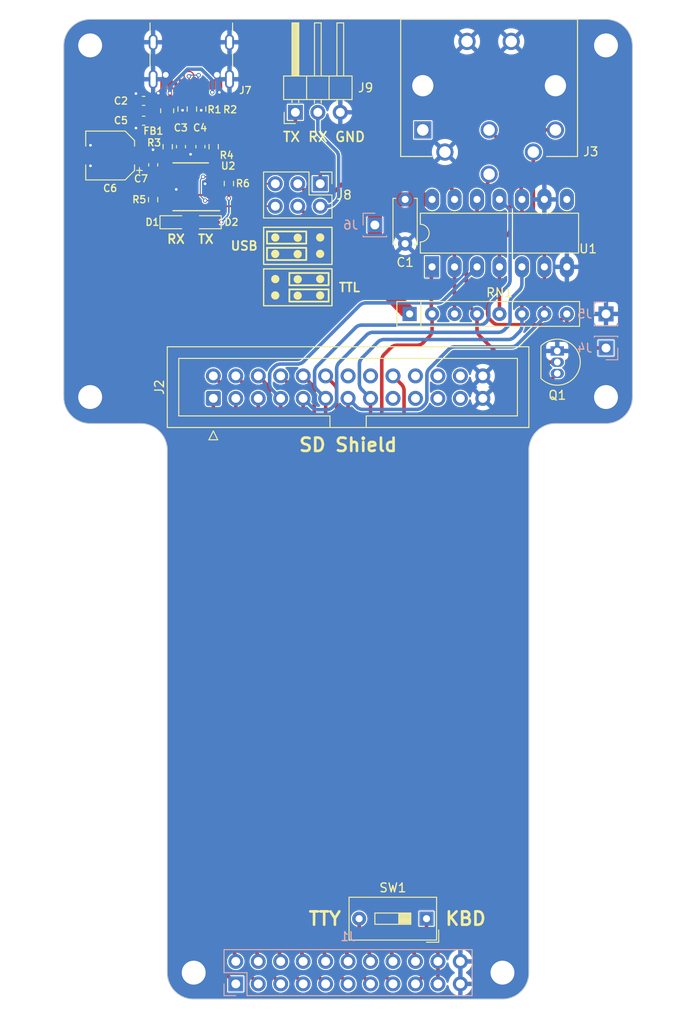
<source format=kicad_pcb>
(kicad_pcb (version 20221018) (generator pcbnew)
  (layers (0 "F.Cu" signal) (31 "B.Cu" signal) (34 "B.Paste" user) (35 "F.Paste" user) (36 "B.SilkS" user "B.Silkscreen") (37 "F.SilkS" user "F.Silkscreen") (38 "B.Mask" user) (39 "F.Mask" user) (44 "Edge.Cuts" user))
  (net 0 "")
  (net 1 "GND")
  (net 2 "Net-(C2-Pad1)")
  (net 3 "/D-")
  (net 4 "/D+")
  (net 5 "Net-(U2-VCC)")
  (net 6 "Net-(D1-A)")
  (net 7 "Net-(D1-K)")
  (net 8 "+5V")
  (net 10 "/PA0")
  (net 11 "/PB0")
  (net 12 "/PA1")
  (net 13 "/PB1")
  (net 14 "/PA2")
  (net 15 "/PB2")
  (net 16 "/PA3")
  (net 17 "/PB3")
  (net 18 "/PA4")
  (net 19 "/PB4")
  (net 20 "/PA5")
  (net 21 "/PB5")
  (net 22 "/PA6")
  (net 23 "/PB7")
  (net 24 "/PA7")
  (net 25 "/COLA")
  (net 26 "/ROW3")
  (net 27 "/PTR")
  (net 37 "Net-(Q1-B)")
  (net 38 "Net-(J4-Pin_1)")
  (net 39 "Net-(D2-K)")
  (net 40 "Net-(J7-CC1)")
  (net 42 "Net-(J7-CC2)")
  (net 45 "Net-(J8-Pin_1)")
  (net 46 "Net-(RN1D-R4.2)")
  (net 47 "Net-(U2-USBDM)")
  (net 48 "Net-(U2-USBDP)")
  (net 49 "Net-(U2-CBUS1)")
  (net 50 "Net-(U2-CBUS2)")
  (net 51 "Net-(J8-Pin_2)")
  (net 52 "Net-(U2-~{CTS})")
  (net 55 "Net-(J8-Pin_3)")
  (net 56 "Net-(J8-Pin_4)")
  (net 57 "Net-(J8-Pin_5)")
  (net 58 "Net-(J8-Pin_6)")
  (net 59 "/KBD_R")
  (footprint "Capacitor_SMD:C_0603_1608Metric_Pad1.08x0.95mm_HandSolder" (layer "F.Cu") (at 123.05 54.48 -90)
    (fp_text reference "C3")
    (fp_text value "47pF")
  )
  (footprint "Resistor_SMD:R_0805_2012Metric_Pad1.20x1.40mm_HandSolder" (layer "F.Cu") (at 121.49 50.43 -90)
    (fp_text reference "FB1")
    (fp_text value "600R 100MHz")
  )
  (footprint "Resistor_SMD:R_0603_1608Metric_Pad0.98x0.95mm_HandSolder" (layer "F.Cu") (at 123.23 50.23 -90)
    (fp_text reference "R1")
    (fp_text value "5K1")
  )
  (footprint "Resistor_SMD:R_0603_1608Metric_Pad0.98x0.95mm_HandSolder" (layer "F.Cu") (at 128.47 58.6475 90)
    (fp_text reference "R6")
    (fp_text value "270R")
  )
  (footprint "MountingHole:MountingHole_2.7mm_M2.5" (layer "F.Cu") (at 112.78 82.77)
    (fp_text reference "REF**" hide)
    (fp_text value "MountingHole_2.7mm_M2.5")
  )
  (footprint "Resistor_SMD:R_0603_1608Metric_Pad0.98x0.95mm_HandSolder" (layer "F.Cu") (at 121.55 54.48 -90)
    (fp_text reference "R3")
    (fp_text value "27R")
  )
  (footprint "Capacitor_SMD:C_0603_1608Metric_Pad1.08x0.95mm_HandSolder" (layer "F.Cu") (at 118.83 51.55 180)
    (fp_text reference "C5")
    (fp_text value "100nF")
  )
  (footprint "Package_TO_SOT_THT:TO-92_Inline" (layer "F.Cu") (at 165.61 77.56 -90)
    (fp_text reference "Q1")
    (fp_text value "PN2222A")
  )
  (footprint "MountingHole:MountingHole_2.7mm_M2.5" (layer "F.Cu") (at 171.12 43.04)
    (fp_text reference "REF**" hide)
    (fp_text value "MountingHole_2.7mm_M2.5")
  )
  (footprint "Connector_USB:USB_C_Receptacle_GCT_USB4105-xx-A_16P_TopMnt_Horizontal" (layer "F.Cu") (at 124.22 43.76 180)
    (fp_text reference "J7")
    (fp_text value "USB_C_Receptacle_USB2.0")
  )
  (footprint "Resistor_SMD:R_0603_1608Metric_Pad0.98x0.95mm_HandSolder" (layer "F.Cu") (at 126.75 54.48 -90)
    (fp_text reference "R4")
    (fp_text value "27R")
  )
  (footprint "Capacitor_SMD:C_0603_1608Metric_Pad1.08x0.95mm_HandSolder" (layer "F.Cu") (at 118.83 49.31 180)
    (fp_text reference "C2")
    (fp_text value "10nF")
  )
  (footprint "MountingHole:MountingHole_2.7mm_M2.5" (layer "F.Cu") (at 171.12 82.77)
    (fp_text reference "REF**" hide)
    (fp_text value "MountingHole_2.7mm_M2.5")
  )
  (footprint "MountingHole:MountingHole_2.7mm_M2.5" (layer "F.Cu") (at 159.41 147.8)
    (fp_text reference "REF**" hide)
    (fp_text value "MountingHole_2.7mm_M2.5")
  )
  (footprint "Capacitor_SMD:CP_Elec_5x5.4" (layer "F.Cu") (at 115.04 55.48 180)
    (fp_text reference "C6")
    (fp_text value "4.7uF")
  )
  (footprint "Package_DIP:DIP-14_W7.62mm_LongPads" (layer "F.Cu") (at 151.45 68.06 90)
    (fp_text reference "U1")
    (fp_text value "74LS06")
  )
  (footprint "Button_Switch_THT:SW_DIP_SPSTx01_Slide_9.78x4.72mm_W7.62mm_P2.54mm" (layer "F.Cu") (at 150.82 141.7 180)
    (fp_text reference "SW1")
    (fp_text value "TTY_KBD")
  )
  (footprint "LED_SMD:LED_0603_1608Metric_Pad1.05x0.95mm_HandSolder" (layer "F.Cu") (at 122.34 63.02)
    (fp_text reference "D1")
    (fp_text value "RX (GREEN)")
  )
  (footprint "Connector_IDC:IDC-Header_2x13_P2.54mm_Vertical" (layer "F.Cu") (at 126.71 82.92 90)
    (fp_text reference "J2")
    (fp_text value "SD_Shield")
  )
  (footprint "Resistor_THT:R_Array_SIP8" (layer "F.Cu") (at 148.91 73.38)
    (fp_text reference "RN1")
    (fp_text value "3K3")
  )
  (footprint "Capacitor_SMD:C_0603_1608Metric_Pad1.08x0.95mm_HandSolder" (layer "F.Cu") (at 119.915 56.54 90)
    (fp_text reference "C7")
    (fp_text value "100nF")
  )
  (footprint "LED_SMD:LED_0603_1608Metric_Pad1.05x0.95mm_HandSolder" (layer "F.Cu") (at 125.94 63.02 180)
    (fp_text reference "D2")
    (fp_text value "TX (ORANGE)")
  )
  (footprint "Package_SO:SSOP-16_3.9x4.9mm_P0.635mm" (layer "F.Cu") (at 124.15 58.99 180)
    (fp_text reference "U2")
    (fp_text value "FT230XS")
  )
  (footprint "Connector_PinHeader_2.54mm:PinHeader_2x03_P2.54mm_Vertical" (layer "F.Cu") (at 138.8 58.67 -90)
    (fp_text reference "J8")
    (fp_text value "USB_TTL")
  )
  (footprint "Resistor_SMD:R_0603_1608Metric_Pad0.98x0.95mm_HandSolder" (layer "F.Cu") (at 119.9 60.47 90)
    (fp_text reference "R5")
    (fp_text value "270R")
  )
  (footprint "Capacitor_SMD:C_0603_1608Metric_Pad1.08x0.95mm_HandSolder" (layer "F.Cu") (at 125.25 54.48 -90)
    (fp_text reference "C4")
    (fp_text value "47pF")
  )
  (footprint "Connector_PinHeader_2.54mm:PinHeader_1x03_P2.54mm_Horizontal" (layer "F.Cu") (at 135.99 50.6 90)
    (fp_text reference "J9")
    (fp_text value "TTL_SERIAL")
  )
  (footprint "Capacitor_THT:C_Disc_D5.0mm_W2.5mm_P5.00mm" (layer "F.Cu") (at 148.4 60.44 -90)
    (fp_text reference "C1")
    (fp_text value "100nF")
  )
  (footprint "DIN_Round:CUI_SDS-60J" (layer "F.Cu") (at 157.9 47.59 180)
    (fp_text reference "J3")
    (fp_text value "DIN-6")
  )
  (footprint "MountingHole:MountingHole_2.7mm_M2.5" (layer "F.Cu") (at 124.49 147.8)
    (fp_text reference "REF**" hide)
    (fp_text value "MountingHole_2.7mm_M2.5")
  )
  (footprint "MountingHole:MountingHole_2.7mm_M2.5" (layer "F.Cu") (at 112.78 43.04)
    (fp_text reference "REF**" hide)
    (fp_text value "MountingHole_2.7mm_M2.5")
  )
  (footprint "Resistor_SMD:R_0603_1608Metric_Pad0.98x0.95mm_HandSolder" (layer "F.Cu") (at 125.34 50.23 -90)
    (fp_text reference "R2")
    (fp_text value "5K1")
  )
  (footprint "Connector_PinSocket_2.54mm:PinSocket_1x01_P2.54mm_Vertical" (layer "B.Cu") (at 171.12 73.38 180)
    (fp_text reference "J5")
    (fp_text value "GND")
  )
  (footprint "Connector_PinSocket_2.54mm:PinSocket_2x11_P2.54mm_Vertical" (layer "B.Cu") (at 129.25 149.07 -90)
    (fp_text reference "J1")
    (fp_text value "Motherboard")
  )
  (footprint "Connector_PinSocket_2.54mm:PinSocket_1x01_P2.54mm_Vertical" (layer "B.Cu") (at 144.98 63.33 180)
    (fp_text reference "J6")
    (fp_text value "+5V")
  )
  (footprint "Connector_PinSocket_2.54mm:PinSocket_1x01_P2.54mm_Vertical" (layer "B.Cu") (at 171.12 77.23)
    (fp_text reference "J4")
    (fp_text value "Reset")
  )
  (gr_circle (center 133.716154 64.744742) (end 133.716154 64.278588) (fill solid) (layer "F.SilkS"))
  (gr_circle (center 138.79 66.59) (end 138.79 66.123846) (fill solid) (layer "F.SilkS"))
  (gr_rect (start 135.31 68.7545) (end 139.75 70.1345) (stroke (width 0.2)) (fill none) (layer "F.SilkS"))
  (gr_circle (center 138.796154 64.74) (end 138.796154 64.273846) (fill solid) (layer "F.SilkS"))
  (gr_rect (start 132.400554 63.5922) (end 140.129354 67.7798) (stroke (width 0.15)) (fill none) (layer "F.SilkS"))
  (gr_circle (center 136.256154 64.77) (end 136.256154 64.303846) (fill solid) (layer "F.SilkS"))
  (gr_circle (center 138.7968 69.4345) (end 138.7968 68.968346) (fill solid) (layer "F.SilkS"))
  (gr_rect (start 135.31 70.6045) (end 139.75 71.9845) (stroke (width 0.2)) (fill none) (layer "F.SilkS"))
  (gr_rect (start 132.4012 68.2867) (end 140.13 72.4543) (stroke (width 0.15)) (fill none) (layer "F.SilkS"))
  (gr_circle (center 133.710646 71.289242) (end 133.710646 70.823088) (fill solid) (layer "F.SilkS"))
  (gr_rect (start 132.78 64.06) (end 137.22 65.44) (stroke (width 0.2)) (fill none) (layer "F.SilkS"))
  (gr_circle (center 133.71 66.594742) (end 133.71 66.128588) (fill solid) (layer "F.SilkS"))
  (gr_circle (center 138.790646 71.2845) (end 138.790646 70.818346) (fill solid) (layer "F.SilkS"))
  (gr_rect (start 132.78 65.91) (end 137.22 67.29) (stroke (width 0.2)) (fill none) (layer "F.SilkS"))
  (gr_circle (center 136.250646 71.3145) (end 136.250646 70.848346) (fill solid) (layer "F.SilkS"))
  (gr_circle (center 136.25 66.62) (end 136.25 66.153846) (fill solid) (layer "F.SilkS"))
  (gr_circle (center 136.2568 69.4645) (end 136.2568 68.998346) (fill solid) (layer "F.SilkS"))
  (gr_circle (center 133.7168 69.439242) (end 133.7168 68.973088) (fill solid) (layer "F.SilkS"))
  (gr_arc (start 109.78 43.09) (mid 110.65868 40.96868) (end 112.78 40.09) (stroke (width 0.1)) (layer "Edge.Cuts"))
  (gr_arc (start 118.49 85.77) (mid 120.61132 86.64868) (end 121.49 88.77) (stroke (width 0.1)) (layer "Edge.Cuts"))
  (gr_arc (start 174.12 82.77) (mid 173.24132 84.89132) (end 171.12 85.77) (stroke (width 0.1)) (layer "Edge.Cuts"))
  (gr_line (start 121.49 88.77) (end 121.49 147.8) (stroke (width 0.1)) (layer "Edge.Cuts"))
  (gr_arc (start 162.41 88.77) (mid 163.28868 86.64868) (end 165.41 85.77) (stroke (width 0.1)) (layer "Edge.Cuts"))
  (gr_line (start 162.41 88.77) (end 162.41 147.8) (stroke (width 0.1)) (layer "Edge.Cuts"))
  (gr_line (start 171.12 40.09) (end 112.78 40.09) (stroke (width 0.1)) (layer "Edge.Cuts"))
  (gr_arc (start 171.12 40.09) (mid 173.24132 40.96868) (end 174.12 43.09) (stroke (width 0.1)) (layer "Edge.Cuts"))
  (gr_arc (start 124.49 150.8) (mid 122.36868 149.92132) (end 121.49 147.8) (stroke (width 0.1)) (layer "Edge.Cuts"))
  (gr_line (start 165.41 85.77) (end 171.12 85.77) (stroke (width 0.1)) (layer "Edge.Cuts"))
  (gr_arc (start 112.78 85.77) (mid 110.65868 84.89132) (end 109.78 82.77) (stroke (width 0.1)) (layer "Edge.Cuts"))
  (gr_line (start 109.78 43.09) (end 109.78 82.77) (stroke (width 0.1)) (layer "Edge.Cuts"))
  (gr_arc (start 162.41 147.8) (mid 161.53132 149.92132) (end 159.41 150.8) (stroke (width 0.1)) (layer "Edge.Cuts"))
  (gr_line (start 124.49 150.8) (end 159.41 150.8) (stroke (width 0.1)) (layer "Edge.Cuts"))
  (gr_line (start 174.12 82.77) (end 174.12 43.09) (stroke (width 0.1)) (layer "Edge.Cuts"))
  (gr_line (start 112.78 85.77) (end 118.49 85.77) (stroke (width 0.1)) (layer "Edge.Cuts"))
  (gr_text "GND" (at 140.37 54.02) (layer "F.SilkS") (effects (font (size 1.1 1.1) (thickness 0.2) bold) (justify left bottom)))
  (gr_text "TTY" (at 141.3 141.7) (layer "F.SilkS") (effects (font (size 1.5 1.5) (thickness 0.3) bold) (justify right)))
  (gr_text "RX" (at 121.373 64.93) (layer "F.SilkS") (effects (font (size 1 1) (thickness 0.2) bold) (justify left)))
  (gr_text "USB" (at 131.83 65.69) (layer "F.SilkS") (effects (font (size 1 1) (thickness 0.2) bold) (justify right)))
  (gr_text "SD Shield" (at 141.95 89.05) (layer "F.SilkS") (effects (font (size 1.5 1.5) (thickness 0.3) bold) (justify bottom)))
  (gr_text "TX" (at 136.62 54.02) (layer "F.SilkS") (effects (font (size 1.1 1.1) (thickness 0.2) bold) (justify right bottom)))
  (gr_text "TX" (at 124.863 64.93) (layer "F.SilkS") (effects (font (size 1 1) (thickness 0.2) bold) (justify left)))
  (gr_text "TTL" (at 140.81 70.39) (layer "F.SilkS") (effects (font (size 1 1) (thickness 0.2) bold) (justify left)))
  (gr_text "RX" (at 138.53 54.02) (layer "F.SilkS") (effects (font (size 1.1 1.1) (thickness 0.2) bold) (justify bottom)))
  (gr_text "KBD" (at 152.8 141.7) (layer "F.SilkS") (effects (font (size 1.5 1.5) (thickness 0.3) bold) (justify left)))
  (segment (start 124.16 55.34) (end 125.2475 55.34) (width 0.4) (layer "F.Cu") (net 1))
  (segment (start 123.23 51.1425) (end 123.23 50.37) (width 0.4) (layer "F.Cu") (net 1))
  (segment (start 120.873553 48.066447) (end 120.51 48.43) (width 0.4) (layer "F.Cu") (net 1))
  (segment (start 117.9675 49.31) (end 117.9675 48.4925) (width 0.4) (layer "F.Cu") (net 1))
  (segment (start 117.98 51.5625) (end 117.9675 51.55) (width 0.4) (layer "F.Cu") (net 1))
  (segment (start 112.84 56.64) (end 112.84 55.48) (width 0.4) (layer "F.Cu") (net 1))
  (segment (start 121.02 47.44) (end 121.02 47.712893) (width 0.4) (layer "F.Cu") (net 1))
  (segment (start 123.0525 55.34) (end 123.05 55.3425) (width 0.4) (layer "F.Cu") (net 1))
  (segment (start 117.98 52.38) (end 117.98 51.5625) (width 0.4) (layer "F.Cu") (net 1))
  (segment (start 126.75 58.6725) (end 125.8 58.6725) (width 0.2) (layer "F.Cu") (net 1))
  (segment (start 121.55 59.3075) (end 122.54 59.3075) (width 0.2) (layer "F.Cu") (net 1))
  (segment (start 119.915 54.82) (end 119.915 55.6775) (width 0.4) (layer "F.Cu") (net 1))
  (segment (start 125.34 50.37) (end 125.34 51.1425) (width 0.4) (layer "F.Cu") (net 1))
  (segment (start 117.9675 48.4925) (end 117.98 48.48) (width 0.4) (layer "F.Cu") (net 1))
  (segment (start 112.84 54.32) (end 112.84 55.48) (width 0.4) (layer "F.Cu") (net 1))
  (segment (start 125.2475 55.34) (end 125.25 55.3425) (width 0.4) (layer "F.Cu") (net 1))
  (segment (start 124.16 55.34) (end 123.0525 55.34) (width 0.4) (layer "F.Cu") (net 1))
  (segment (start 127.42 47.44) (end 127.42 48.34) (width 0.4) (layer "F.Cu") (net 1))
  (via (at 125.776447 58.676053) (size 0.5) (drill 0.3) (layers "F.Cu" "B.Cu") (net 1))
  (via (at 120.486447 48.433553) (size 0.5) (drill 0.3) (layers "F.Cu" "B.Cu") (net 1))
  (via (at 124.136447 55.343553) (size 0.5) (drill 0.3) (layers "F.Cu" "B.Cu") (net 1))
  (via (at 127.396447 48.343553) (size 0.5) (drill 0.3) (layers "F.Cu" "B.Cu") (net 1))
  (via (at 117.956447 48.483553) (size 0.5) (drill 0.3) (layers "F.Cu" "B.Cu") (net 1))
  (via (at 112.816447 56.643553) (size 0.5) (drill 0.3) (layers "F.Cu" "B.Cu") (net 1))
  (via (at 123.23 50.37) (size 0.5) (drill 0.3) (layers "F.Cu" "B.Cu") (net 1))
  (via (at 122.516447 59.311053) (size 0.5) (drill 0.3) (layers "F.Cu" "B.Cu") (net 1))
  (via (at 112.816447 54.323553) (size 0.5) (drill 0.3) (layers "F.Cu" "B.Cu") (net 1))
  (via (at 119.891447 54.823553) (size 0.5) (drill 0.3) (layers "F.Cu" "B.Cu") (net 1))
  (via (at 117.956447 52.383553) (size 0.5) (drill 0.3) (layers "F.Cu" "B.Cu") (net 1))
  (via (at 125.34 50.37) (size 0.5) (drill 0.3) (layers "F.Cu" "B.Cu") (net 1))
  (arc (start 121.02 47.712893) (mid 120.98194 47.904235) (end 120.873553 48.066447) (width 0.4) (layer "F.Cu") (net 1))
  (segment (start 121.82 47.44) (end 121.82 49.1) (width 0.4) (layer "F.Cu") (net 2))
  (segment (start 126.62 48.34) (end 126.62 47.44) (width 0.4) (layer "F.Cu") (net 2))
  (segment (start 121.82 49.1) (end 121.49 49.43) (width 0.4) (layer "F.Cu") (net 2))
  (segment (start 121.37 49.31) (end 121.49 49.43) (width 0.4) (layer "F.Cu") (net 2))
  (segment (start 119.6925 49.31) (end 121.37 49.31) (width 0.4) (layer "F.Cu") (net 2))
  (via (at 126.596447 48.343553) (size 0.5) (drill 0.3) (layers "F.Cu" "B.Cu") (net 2))
  (via (at 121.796447 48.433553) (size 0.5) (drill 0.3) (layers "F.Cu" "B.Cu") (net 2))
  (segment (start 126.62 48.34) (end 126.62 47.195441) (width 0.4) (layer "B.Cu") (net 2))
  (segment (start 121.796447 47.721887) (end 121.796447 48.433553) (width 0.4) (layer "B.Cu") (net 2))
  (segment (start 121.82 47.907107) (end 121.82 48.43) (width 0.4) (layer "B.Cu") (net 2))
  (segment (start 123.794781 45.723553) (end 121.796447 47.721887) (width 0.4) (layer "B.Cu") (net 2))
  (segment (start 125.349781 45.723553) (end 123.794781 45.723553) (width 0.4) (layer "B.Cu") (net 2))
  (segment (start 126.468115 46.841887) (end 125.349781 45.723553) (width 0.4) (layer "B.Cu") (net 2))
  (arc (start 126.62 47.195441) (mid 126.58194 47.004099) (end 126.473553 46.841887) (width 0.4) (layer "B.Cu") (net 2))
  (segment (start 121.6 53.6175) (end 121.55 53.5675) (width 0.2) (layer "F.Cu") (net 3))
  (segment (start 123.023921 52.006079) (end 121.55 53.48) (width 0.127) (layer "F.Cu") (net 3))
  (segment (start 121.55 53.48) (end 121.55 53.5675) (width 0.127) (layer "F.Cu") (net 3))
  (segment (start 123.97 46.61) (end 123.97 47.44) (width 0.127) (layer "F.Cu") (net 3))
  (segment (start 123.857157 51.9475) (end 123.165343 51.9475) (width 0.127) (layer "F.Cu") (net 3))
  (segment (start 124.093 48.508344) (end 124.093 51.711657) (width 0.127) (layer "F.Cu") (net 3))
  (segment (start 123.97 47.44) (end 123.97 48.219658) (width 0.127) (layer "F.Cu") (net 3))
  (segment (start 125.07 46.4) (end 124.97 46.5) (width 0.127) (layer "F.Cu") (net 3))
  (segment (start 124.028579 48.36108) (end 124.034422 48.366923) (width 0.127) (layer "F.Cu") (net 3))
  (segment (start 124.97 46.5) (end 124.97 47.44) (width 0.127) (layer "F.Cu") (net 3))
  (segment (start 124.034421 51.853079) (end 123.998578 51.888922) (width 0.127) (layer "F.Cu") (net 3))
  (segment (start 123.05 53.6175) (end 121.6 53.6175) (width 0.2) (layer "F.Cu") (net 3))
  (via (at 125.046447 46.403553) (size 0.5) (drill 0.3) (layers "F.Cu" "B.Cu") (net 3))
  (via (at 123.946447 46.533553) (size 0.5) (drill 0.3) (layers "F.Cu" "B.Cu") (net 3))
  (arc (start 123.165343 51.9475) (mid 123.088806 51.962724) (end 123.023921 52.006079) (width 0.127) (layer "F.Cu") (net 3))
  (arc (start 123.97 48.219658) (mid 123.985224 48.296195) (end 124.028579 48.36108) (width 0.127) (layer "F.Cu") (net 3))
  (arc (start 124.093 51.711657) (mid 124.077776 51.788194) (end 124.034421 51.853079) (width 0.127) (layer "F.Cu") (net 3))
  (arc (start 123.857157 51.9475) (mid 123.933693 51.932276) (end 123.998578 51.888922) (width 0.127) (layer "F.Cu") (net 3))
  (arc (start 124.034422 48.366923) (mid 124.077776 48.431808) (end 124.093 48.508344) (width 0.127) (layer "F.Cu") (net 3))
  (segment (start 124.041421 46.458579) (end 123.97 46.53) (width 0.127) (layer "B.Cu") (net 3))
  (segment (start 125.07 46.4) (end 124.182843 46.4) (width 0.127) (layer "B.Cu") (net 3))
  (arc (start 124.041421 46.458579) (mid 124.106306 46.415224) (end 124.182843 46.4) (width 0.127) (layer "B.Cu") (net 3))
  (segment (start 125.556079 52.006079) (end 126.75 53.2) (width 0.127) (layer "F.Cu") (net 4))
  (segment (start 124.604485 51.9475) (end 125.414657 51.9475) (width 0.127) (layer "F.Cu") (net 4))
  (segment (start 123.549394 46.16198) (end 123.574875 46.136499) (width 0.127) (layer "F.Cu") (net 4))
  (segment (start 124.47 47.44) (end 124.47 48.219658) (width 0.127) (layer "F.Cu") (net 4))
  (segment (start 124.345126 46.1365) (end 124.356501 46.147875) (width 0.127) (layer "F.Cu") (net 4))
  (segment (start 124.502947 46.501428) (end 124.502947 47.407053) (width 0.127) (layer "F.Cu") (net 4))
  (segment (start 124.347 48.508344) (end 124.347 51.690015) (width 0.127) (layer "F.Cu") (net 4))
  (segment (start 123.928428 45.990053) (end 123.991572 45.990053) (width 0.127) (layer "F.Cu") (net 4))
  (segment (start 124.411421 48.36108) (end 124.405578 48.366923) (width 0.127) (layer "F.Cu") (net 4))
  (segment (start 126.75 53.2) (end 126.75 53.5675) (width 0.127) (layer "F.Cu") (net 4))
  (segment (start 123.402947 47.372947) (end 123.402947 46.515534) (width 0.127) (layer "F.Cu") (net 4))
  (segment (start 125.25 53.6175) (end 126.7 53.6175) (width 0.2) (layer "F.Cu") (net 4))
  (segment (start 123.47 47.44) (end 123.402947 47.372947) (width 0.127) (layer "F.Cu") (net 4))
  (segment (start 126.7 53.6175) (end 126.75 53.5675) (width 0.2) (layer "F.Cu") (net 4))
  (segment (start 124.502947 47.407053) (end 124.47 47.44) (width 0.127) (layer "F.Cu") (net 4))
  (segment (start 124.408508 51.838508) (end 124.455993 51.885993) (width 0.127) (layer "F.Cu") (net 4))
  (arc (start 124.345126 46.1365) (mid 124.182914 46.028113) (end 123.991572 45.990053) (width 0.127) (layer "F.Cu") (net 4))
  (arc (start 125.414657 51.9475) (mid 125.491194 51.962724) (end 125.556079 52.006079) (width 0.127) (layer "F.Cu") (net 4))
  (arc (start 124.356501 46.147875) (mid 124.464887 46.310087) (end 124.502947 46.501428) (width 0.127) (layer "F.Cu") (net 4))
  (arc (start 124.47 48.219658) (mid 124.454776 48.296195) (end 124.411421 48.36108) (width 0.127) (layer "F.Cu") (net 4))
  (arc (start 123.928428 45.990053) (mid 123.737087 46.028113) (end 123.574875 46.136499) (width 0.127) (layer "F.Cu") (net 4))
  (arc (start 124.405578 48.366923) (mid 124.362224 48.431808) (end 124.347 48.508344) (width 0.127) (layer "F.Cu") (net 4))
  (arc (start 124.408508 51.838508) (mid 124.362985 51.770379) (end 124.347 51.690015) (width 0.127) (layer "F.Cu") (net 4))
  (arc (start 124.455993 51.885993) (mid 124.524122 51.931515) (end 124.604485 51.9475) (width 0.127) (layer "F.Cu") (net 4))
  (arc (start 123.549394 46.16198) (mid 123.441007 46.324192) (end 123.402947 46.515534) (width 0.127) (layer "F.Cu") (net 4))
  (segment (start 117.24 56.101507) (end 119.752415 58.613922) (width 0.2) (layer "F.Cu") (net 5))
  (segment (start 119.6925 51.55) (end 119.6925 52.820393) (width 0.4) (layer "F.Cu") (net 5))
  (segment (start 117.24 55.48) (end 117.24 56.101507) (width 0.2) (layer "F.Cu") (net 5))
  (segment (start 119.546053 53.173947) (end 117.24 55.48) (width 0.4) (layer "F.Cu") (net 5))
  (segment (start 121.37 51.55) (end 121.49 51.43) (width 0.4) (layer "F.Cu") (net 5))
  (segment (start 119.6925 51.55) (end 121.37 51.55) (width 0.4) (layer "F.Cu") (net 5))
  (segment (start 119.893836 58.6725) (end 121.55 58.6725) (width 0.2) (layer "F.Cu") (net 5))
  (arc (start 119.6925 52.820393) (mid 119.65444 53.011735) (end 119.546053 53.173947) (width 0.4) (layer "F.Cu") (net 5))
  (arc (start 119.752415 58.613922) (mid 119.8173 58.657276) (end 119.893836 58.6725) (width 0.2) (layer "F.Cu") (net 5))
  (segment (start 121.55 57.4025) (end 121.55 58.0375) (width 0.2) (layer "F.Cu") (net 6))
  (segment (start 121.55 58.0375) (end 121.935786 58.0375) (width 0.2) (layer "F.Cu") (net 6))
  (segment (start 124.255 59.9425) (end 124.410843 59.9425) (width 0.2) (layer "F.Cu") (net 6))
  (segment (start 122.642893 58.330393) (end 124.255 59.9425) (width 0.2) (layer "F.Cu") (net 6))
  (segment (start 125.065 63.02) (end 125.065 61.166714) (width 0.2) (layer "F.Cu") (net 6))
  (segment (start 125.065 63.02) (end 123.215 63.02) (width 0.2) (layer "F.Cu") (net 6))
  (segment (start 121.55 57.4025) (end 119.915 57.4025) (width 0.2) (layer "F.Cu") (net 6))
  (segment (start 126.75 59.9425) (end 124.410843 59.9425) (width 0.2) (layer "F.Cu") (net 6))
  (segment (start 124.772107 60.459607) (end 124.255 59.9425) (width 0.2) (layer "F.Cu") (net 6))
  (arc (start 121.935786 58.0375) (mid 122.318469 58.11362) (end 122.642893 58.330393) (width 0.2) (layer "F.Cu") (net 6))
  (arc (start 125.065 61.166714) (mid 124.98888 60.784031) (end 124.772107 60.459607) (width 0.2) (layer "F.Cu") (net 6))
  (segment (start 121.465 63.02) (end 121.465 62.9475) (width 0.2) (layer "F.Cu") (net 7))
  (segment (start 121.465 62.9475) (end 119.9 61.3825) (width 0.2) (layer "F.Cu") (net 7))
  (segment (start 119.9 61.3825) (end 119.9 61.455) (width 0.127) (layer "F.Cu") (net 7))
  (segment (start 148.4 60.44) (end 151.45 60.44) (width 1.6) (layer "F.Cu") (net 8))
  (segment (start 145.565787 61.074213) (end 145.614214 61.025786) (width 1.6) (layer "F.Cu") (net 8))
  (segment (start 145.85868 70.32868) (end 148.91 73.38) (width 1.6) (layer "F.Cu") (net 8))
  (segment (start 147.028427 60.44) (end 148.4 60.44) (width 1.6) (layer "F.Cu") (net 8))
  (segment (start 144.98 63.33) (end 144.98 62.488427) (width 1.6) (layer "F.Cu") (net 8))
  (segment (start 144.98 63.33) (end 144.98 68.207359) (width 1.6) (layer "F.Cu") (net 8))
  (arc (start 144.98 62.488427) (mid 145.132241 61.72306) (end 145.565787 61.074213) (width 1.6) (layer "F.Cu") (net 8))
  (arc (start 144.98 68.207359) (mid 145.208362 69.35541) (end 145.85868 70.32868) (width 1.6) (layer "F.Cu") (net 8))
  (arc (start 147.028427 60.44) (mid 146.26306 60.592241) (end 145.614214 61.025786) (width 1.6) (layer "F.Cu") (net 8))
  (segment (start 127.96 147.365786) (end 127.96 146.124214) (width 0.4) (layer "F.Cu") (net 10))
  (segment (start 126.71 82.92) (end 126.71 144.045786) (width 0.4) (layer "F.Cu") (net 10))
  (segment (start 129.25 149.07) (end 128.252893 148.072893) (width 0.4) (layer "F.Cu") (net 10))
  (segment (start 127.667107 145.417107) (end 127.002893 144.752893) (width 0.4) (layer "F.Cu") (net 10))
  (arc (start 126.71 144.045786) (mid 126.78612 144.428469) (end 127.002893 144.752893) (width 0.4) (layer "F.Cu") (net 10))
  (arc (start 128.252893 148.072893) (mid 128.03612 147.74847) (end 127.96 147.365786) (width 0.4) (layer "F.Cu") (net 10))
  (arc (start 127.667107 145.417107) (mid 127.88388 145.74153) (end 127.96 146.124214) (width 0.4) (layer "F.Cu") (net 10))
  (segment (start 128.957107 145.437107) (end 128.252893 144.732893) (width 0.4) (layer "F.Cu") (net 11))
  (segment (start 127.96 144.025786) (end 127.96 82.044214) (width 0.4) (layer "F.Cu") (net 11))
  (segment (start 127.667107 81.337107) (end 126.71 80.38) (width 0.4) (layer "F.Cu") (net 11))
  (segment (start 129.25 146.53) (end 129.25 146.144214) (width 0.4) (layer "F.Cu") (net 11))
  (arc (start 127.96 82.044214) (mid 127.88388 81.661531) (end 127.667107 81.337107) (width 0.4) (layer "F.Cu") (net 11))
  (arc (start 128.252893 144.732893) (mid 128.03612 144.40847) (end 127.96 144.025786) (width 0.4) (layer "F.Cu") (net 11))
  (arc (start 128.957107 145.437107) (mid 129.17388 145.76153) (end 129.25 146.144214) (width 0.4) (layer "F.Cu") (net 11))
  (segment (start 129.25 82.92) (end 129.25 144.045786) (width 0.4) (layer "F.Cu") (net 12))
  (segment (start 130.5 147.365786) (end 130.5 146.124214) (width 0.4) (layer "F.Cu") (net 12))
  (segment (start 131.79 149.07) (end 130.792893 148.072893) (width 0.4) (layer "F.Cu") (net 12))
  (segment (start 130.207107 145.417107) (end 129.542893 144.752893) (width 0.4) (layer "F.Cu") (net 12))
  (arc (start 130.207107 145.417107) (mid 130.42388 145.74153) (end 130.5 146.124214) (width 0.4) (layer "F.Cu") (net 12))
  (arc (start 129.25 144.045786) (mid 129.32612 144.428469) (end 129.542893 144.752893) (width 0.4) (layer "F.Cu") (net 12))
  (arc (start 130.792893 148.072893) (mid 130.57612 147.74847) (end 130.5 147.365786) (width 0.4) (layer "F.Cu") (net 12))
  (segment (start 130.207107 81.337107) (end 129.25 80.38) (width 0.4) (layer "F.Cu") (net 13))
  (segment (start 131.79 146.53) (end 131.79 146.144214) (width 0.4) (layer "F.Cu") (net 13))
  (segment (start 131.497107 145.437107) (end 130.792893 144.732893) (width 0.4) (layer "F.Cu") (net 13))
  (segment (start 130.5 144.025786) (end 130.5 82.044214) (width 0.4) (layer "F.Cu") (net 13))
  (arc (start 130.5 82.044214) (mid 130.42388 81.661531) (end 130.207107 81.337107) (width 0.4) (layer "F.Cu") (net 13))
  (arc (start 130.792893 144.732893) (mid 130.57612 144.40847) (end 130.5 144.025786) (width 0.4) (layer "F.Cu") (net 13))
  (arc (start 131.497107 145.437107) (mid 131.71388 145.76153) (end 131.79 146.144214) (width 0.4) (layer "F.Cu") (net 13))
  (segment (start 134.33 149.07) (end 133.332893 148.072893) (width 0.4) (layer "F.Cu") (net 14))
  (segment (start 131.79 82.92) (end 131.79 144.045786) (width 0.4) (layer "F.Cu") (net 14))
  (segment (start 132.747107 145.417107) (end 132.082893 144.752893) (width 0.4) (layer "F.Cu") (net 14))
  (segment (start 133.04 147.365786) (end 133.04 146.124214) (width 0.4) (layer "F.Cu") (net 14))
  (arc (start 132.747107 145.417107) (mid 132.96388 145.74153) (end 133.04 146.124214) (width 0.4) (layer "F.Cu") (net 14))
  (arc (start 133.332893 148.072893) (mid 133.11612 147.74847) (end 133.04 147.365786) (width 0.4) (layer "F.Cu") (net 14))
  (arc (start 131.79 144.045786) (mid 131.86612 144.428469) (end 132.082893 144.752893) (width 0.4) (layer "F.Cu") (net 14))
  (segment (start 132.747107 81.337107) (end 131.79 80.38) (width 0.4) (layer "F.Cu") (net 15))
  (segment (start 133.04 144.025786) (end 133.04 82.044214) (width 0.4) (layer "F.Cu") (net 15))
  (segment (start 134.037107 145.437107) (end 133.332893 144.732893) (width 0.4) (layer "F.Cu") (net 15))
  (segment (start 134.33 146.53) (end 134.33 146.144214) (width 0.4) (layer "F.Cu") (net 15))
  (arc (start 133.04 82.044214) (mid 132.96388 81.661531) (end 132.747107 81.337107) (width 0.4) (layer "F.Cu") (net 15))
  (arc (start 133.332893 144.732893) (mid 133.11612 144.40847) (end 133.04 144.025786) (width 0.4) (layer "F.Cu") (net 15))
  (arc (start 134.037107 145.437107) (mid 134.25388 145.76153) (end 134.33 146.144214) (width 0.4) (layer "F.Cu") (net 15))
  (segment (start 136.87 149.07) (end 135.872893 148.072893) (width 0.4) (layer "F.Cu") (net 16))
  (segment (start 135.58 147.365786) (end 135.58 146.124214) (width 0.4) (layer "F.Cu") (net 16))
  (segment (start 134.33 82.92) (end 134.33 144.045786) (width 0.4) (layer "F.Cu") (net 16))
  (segment (start 135.287107 145.417107) (end 134.622893 144.752893) (width 0.4) (layer "F.Cu") (net 16))
  (arc (start 135.872893 148.072893) (mid 135.65612 147.74847) (end 135.58 147.365786) (width 0.4) (layer "F.Cu") (net 16))
  (arc (start 135.287107 145.417107) (mid 135.50388 145.74153) (end 135.58 146.124214) (width 0.4) (layer "F.Cu") (net 16))
  (arc (start 134.33 144.045786) (mid 134.40612 144.428469) (end 134.622893 144.752893) (width 0.4) (layer "F.Cu") (net 16))
  (segment (start 133.372893 79.56934) (end 133.60934 79.332893) (width 0.4) (layer "B.Cu") (net 16))
  (segment (start 136.922893 78.747107) (end 143.247107 72.422893) (width 0.4) (layer "B.Cu") (net 16))
  (segment (start 134.33 82.92) (end 133.372893 81.962893) (width 0.4) (layer "B.Cu") (net 16))
  (segment (start 134.316447 79.04) (end 136.215786 79.04) (width 0.4) (layer "B.Cu") (net 16))
  (segment (start 152.752893 71.837107) (end 156.53 68.06) (width 0.4) (layer "B.Cu") (net 16))
  (segment (start 133.08 81.255786) (end 133.08 80.276447) (width 0.4) (layer "B.Cu") (net 16))
  (segment (start 143.954214 72.13) (end 152.045786 72.13) (width 0.4) (layer "B.Cu") (net 16))
  (arc (start 133.08 81.255786) (mid 133.15612 81.638469) (end 133.372893 81.962893) (width 0.4) (layer "B.Cu") (net 16))
  (arc (start 143.954214 72.13) (mid 143.571531 72.20612) (end 143.247107 72.422893) (width 0.4) (layer "B.Cu") (net 16))
  (arc (start 152.752893 71.837107) (mid 152.42847 72.05388) (end 152.045786 72.13) (width 0.4) (layer "B.Cu") (net 16))
  (arc (start 134.316447 79.04) (mid 133.933764 79.11612) (end 133.60934 79.332893) (width 0.4) (layer "B.Cu") (net 16))
  (arc (start 133.08 80.276447) (mid 133.15612 79.893764) (end 133.372893 79.56934) (width 0.4) (layer "B.Cu") (net 16))
  (arc (start 136.215786 79.04) (mid 136.598469 78.96388) (end 136.922893 78.747107) (width 0.4) (layer "B.Cu") (net 16))
  (segment (start 136.577107 145.437107) (end 135.872893 144.732893) (width 0.4) (layer "F.Cu") (net 17))
  (segment (start 135.287107 81.337107) (end 134.33 80.38) (width 0.4) (layer "F.Cu") (net 17))
  (segment (start 135.58 144.025786) (end 135.58 82.044214) (width 0.4) (layer "F.Cu") (net 17))
  (segment (start 136.87 146.53) (end 136.87 146.144214) (width 0.4) (layer "F.Cu") (net 17))
  (arc (start 136.577107 145.437107) (mid 136.79388 145.76153) (end 136.87 146.144214) (width 0.4) (layer "F.Cu") (net 17))
  (arc (start 135.872893 144.732893) (mid 135.65612 144.40847) (end 135.58 144.025786) (width 0.4) (layer "F.Cu") (net 17))
  (arc (start 135.58 82.044214) (mid 135.50388 81.661531) (end 135.287107 81.337107) (width 0.4) (layer "F.Cu") (net 17))
  (segment (start 138.12 147.365786) (end 138.12 146.124214) (width 0.4) (layer "F.Cu") (net 18))
  (segment (start 136.87 82.92) (end 136.87 144.045786) (width 0.4) (layer "F.Cu") (net 18))
  (segment (start 137.827107 145.417107) (end 137.162893 144.752893) (width 0.4) (layer "F.Cu") (net 18))
  (segment (start 139.41 149.07) (end 138.412893 148.072893) (width 0.4) (layer "F.Cu") (net 18))
  (arc (start 138.412893 148.072893) (mid 138.19612 147.74847) (end 138.12 147.365786) (width 0.4) (layer "F.Cu") (net 18))
  (arc (start 136.87 144.045786) (mid 136.94612 144.428469) (end 137.162893 144.752893) (width 0.4) (layer "F.Cu") (net 18))
  (arc (start 137.827107 145.417107) (mid 138.04388 145.74153) (end 138.12 146.124214) (width 0.4) (layer "F.Cu") (net 18))
  (segment (start 159.977107 74.822893) (end 159.632893 75.167107) (width 0.4) (layer "B.Cu") (net 18))
  (segment (start 158.925786 75.46) (end 144.764214 75.46) (width 0.4) (layer "B.Cu") (net 18))
  (segment (start 139.483553 84.2) (end 138.564214 84.2) (width 0.4) (layer "B.Cu") (net 18))
  (segment (start 161.61 68.06) (end 161.61 69.995786) (width 0.4) (layer "B.Cu") (net 18))
  (segment (start 140.66 79.564214) (end 140.66 83.023553) (width 0.4) (layer "B.Cu") (net 18))
  (segment (start 140.367107 83.73066) (end 140.19066 83.907107) (width 0.4) (layer "B.Cu") (net 18))
  (segment (start 144.057107 75.752893) (end 140.952893 78.857107) (width 0.4) (layer "B.Cu") (net 18))
  (segment (start 160.27 72.164214) (end 160.27 74.115786) (width 0.4) (layer "B.Cu") (net 18))
  (segment (start 137.857107 83.907107) (end 136.87 82.92) (width 0.4) (layer "B.Cu") (net 18))
  (segment (start 161.317107 70.702893) (end 160.562893 71.457107) (width 0.4) (layer "B.Cu") (net 18))
  (arc (start 140.66 83.023553) (mid 140.58388 83.406236) (end 140.367107 83.73066) (width 0.4) (layer "B.Cu") (net 18))
  (arc (start 158.925786 75.46) (mid 159.308469 75.38388) (end 159.632893 75.167107) (width 0.4) (layer "B.Cu") (net 18))
  (arc (start 139.483553 84.2) (mid 139.866236 84.12388) (end 140.19066 83.907107) (width 0.4) (layer "B.Cu") (net 18))
  (arc (start 159.977107 74.822893) (mid 160.19388 74.49847) (end 160.27 74.115786) (width 0.4) (layer "B.Cu") (net 18))
  (arc (start 138.564214 84.2) (mid 138.181531 84.12388) (end 137.857107 83.907107) (width 0.4) (layer "B.Cu") (net 18))
  (arc (start 161.317107 70.702893) (mid 161.53388 70.37847) (end 161.61 69.995786) (width 0.4) (layer "B.Cu") (net 18))
  (arc (start 144.057107 75.752893) (mid 144.38153 75.53612) (end 144.764214 75.46) (width 0.4) (layer "B.Cu") (net 18))
  (arc (start 140.66 79.564214) (mid 140.73612 79.181531) (end 140.952893 78.857107) (width 0.4) (layer "B.Cu") (net 18))
  (arc (start 160.562893 71.457107) (mid 160.34612 71.78153) (end 160.27 72.164214) (width 0.4) (layer "B.Cu") (net 18))
  (segment (start 138.12 144.025786) (end 138.12 82.044214) (width 0.4) (layer "F.Cu") (net 19))
  (segment (start 139.41 146.53) (end 139.41 146.144214) (width 0.4) (layer "F.Cu") (net 19))
  (segment (start 137.827107 81.337107) (end 136.87 80.38) (width 0.4) (layer "F.Cu") (net 19))
  (segment (start 139.117107 145.437107) (end 138.412893 144.732893) (width 0.4) (layer "F.Cu") (net 19))
  (arc (start 139.117107 145.437107) (mid 139.33388 145.76153) (end 139.41 146.144214) (width 0.4) (layer "F.Cu") (net 19))
  (arc (start 138.412893 144.732893) (mid 138.19612 144.40847) (end 138.12 144.025786) (width 0.4) (layer "F.Cu") (net 19))
  (arc (start 138.12 82.044214) (mid 138.04388 81.661531) (end 137.827107 81.337107) (width 0.4) (layer "F.Cu") (net 19))
  (segment (start 140.66 147.365786) (end 140.66 146.124214) (width 0.4) (layer "F.Cu") (net 20))
  (segment (start 140.367107 145.417107) (end 139.702893 144.752893) (width 0.4) (layer "F.Cu") (net 20))
  (segment (start 139.41 82.92) (end 139.41 144.045786) (width 0.4) (layer "F.Cu") (net 20))
  (segment (start 141.95 149.07) (end 140.952893 148.072893) (width 0.4) (layer "F.Cu") (net 20))
  (arc (start 140.952893 148.072893) (mid 140.73612 147.74847) (end 140.66 147.365786) (width 0.4) (layer "F.Cu") (net 20))
  (arc (start 139.41 144.045786) (mid 139.48612 144.428469) (end 139.702893 144.752893) (width 0.4) (layer "F.Cu") (net 20))
  (arc (start 140.367107 145.417107) (mid 140.58388 145.74153) (end 140.66 146.124214) (width 0.4) (layer "F.Cu") (net 20))
  (segment (start 138.452893 81.962893) (end 139.41 82.92) (width 0.4) (layer "B.Cu") (net 20))
  (segment (start 159.07 60.44) (end 160.27 61.64) (width 0.4) (layer "B.Cu") (net 20))
  (segment (start 159.977107 70.242893) (end 158.162893 72.057107) (width 0.4) (layer "B.Cu") (net 20))
  (segment (start 138.16 79.974214) (end 138.16 81.255786) (width 0.4) (layer "B.Cu") (net 20))
  (segment (start 157.577107 74.272893) (end 157.502893 74.347107) (width 0.4) (layer "B.Cu") (net 20))
  (segment (start 156.795786 74.64) (end 143.494214 74.64) (width 0.4) (layer "B.Cu") (net 20))
  (segment (start 160.27 61.64) (end 160.27 69.535786) (width 0.4) (layer "B.Cu") (net 20))
  (segment (start 142.787107 74.932893) (end 138.452893 79.267107) (width 0.4) (layer "B.Cu") (net 20))
  (segment (start 157.87 72.764214) (end 157.87 73.565786) (width 0.4) (layer "B.Cu") (net 20))
  (arc (start 143.494214 74.64) (mid 143.11153 74.71612) (end 142.787107 74.932893) (width 0.4) (layer "B.Cu") (net 20))
  (arc (start 158.162893 72.057107) (mid 157.94612 72.38153) (end 157.87 72.764214) (width 0.4) (layer "B.Cu") (net 20))
  (arc (start 138.452893 79.267107) (mid 138.23612 79.59153) (end 138.16 79.974214) (width 0.4) (layer "B.Cu") (net 20))
  (arc (start 159.977107 70.242893) (mid 160.19388 69.91847) (end 160.27 69.535786) (width 0.4) (layer "B.Cu") (net 20))
  (arc (start 138.16 81.255786) (mid 138.23612 81.638469) (end 138.452893 81.962893) (width 0.4) (layer "B.Cu") (net 20))
  (arc (start 157.502893 74.347107) (mid 157.17847 74.56388) (end 156.795786 74.64) (width 0.4) (layer "B.Cu") (net 20))
  (arc (start 157.87 73.565786) (mid 157.79388 73.948469) (end 157.577107 74.272893) (width 0.4) (layer "B.Cu") (net 20))
  (segment (start 141.95 146.53) (end 141.95 146.144214) (width 0.4) (layer "F.Cu") (net 21))
  (segment (start 141.657107 145.437107) (end 140.952893 144.732893) (width 0.4) (layer "F.Cu") (net 21))
  (segment (start 140.66 144.025786) (end 140.66 82.044214) (width 0.4) (layer "F.Cu") (net 21))
  (segment (start 140.367107 81.337107) (end 139.41 80.38) (width 0.4) (layer "F.Cu") (net 21))
  (arc (start 140.952893 144.732893) (mid 140.73612 144.40847) (end 140.66 144.025786) (width 0.4) (layer "F.Cu") (net 21))
  (arc (start 140.66 82.044214) (mid 140.58388 81.661531) (end 140.367107 81.337107) (width 0.4) (layer "F.Cu") (net 21))
  (arc (start 141.657107 145.437107) (mid 141.87388 145.76153) (end 141.95 146.144214) (width 0.4) (layer "F.Cu") (net 21))
  (segment (start 142.907107 145.417107) (end 142.242893 144.752893) (width 0.4) (layer "F.Cu") (net 22))
  (segment (start 163.192893 64.112893) (end 163.857107 64.777107) (width 0.4) (layer "F.Cu") (net 22))
  (segment (start 164.15 68.06) (end 164.15 73.38) (width 0.4) (layer "F.Cu") (net 22))
  (segment (start 144.49 149.07) (end 143.492893 148.072893) (width 0.4) (layer "F.Cu") (net 22))
  (segment (start 143.2 147.365786) (end 143.2 146.124214) (width 0.4) (layer "F.Cu") (net 22))
  (segment (start 164.15 65.484214) (end 164.15 68.06) (width 0.4) (layer "F.Cu") (net 22))
  (segment (start 162.9 55.09) (end 162.9 63.405786) (width 0.4) (layer "F.Cu") (net 22))
  (segment (start 162.9 55.09) (end 162.88 55.11) (width 0.4) (layer "F.Cu") (net 22))
  (segment (start 141.95 82.92) (end 141.95 144.045786) (width 0.4) (layer "F.Cu") (net 22))
  (arc (start 142.907107 145.417107) (mid 143.12388 145.74153) (end 143.2 146.124214) (width 0.4) (layer "F.Cu") (net 22))
  (arc (start 164.15 65.484214) (mid 164.07388 65.101531) (end 163.857107 64.777107) (width 0.4) (layer "F.Cu") (net 22))
  (arc (start 163.192893 64.112893) (mid 162.97612 63.78847) (end 162.9 63.405786) (width 0.4) (layer "F.Cu") (net 22))
  (arc (start 143.492893 148.072893) (mid 143.27612 147.74847) (end 143.2 147.365786) (width 0.4) (layer "F.Cu") (net 22))
  (arc (start 141.95 144.045786) (mid 142.02612 144.428469) (end 142.242893 144.752893) (width 0.4) (layer "F.Cu") (net 22))
  (segment (start 154.014214 77.1) (end 160.415786 77.1) (width 0.4) (layer "B.Cu") (net 22))
  (segment (start 150.38066 83.877107) (end 150.567107 83.69066) (width 0.4) (layer "B.Cu") (net 22))
  (segment (start 164.15 73.572893) (end 164.15 73.38) (width 0.4) (layer "B.Cu") (net 22))
  (segment (start 143.614214 84.17) (end 149.673553 84.17) (width 0.4) (layer "B.Cu") (net 22))
  (segment (start 161.122893 76.807107) (end 164.003554 73.926446) (width 0.4) (layer "B.Cu") (net 22))
  (segment (start 151.152893 79.547107) (end 153.307107 77.392893) (width 0.4) (layer "B.Cu") (net 22))
  (segment (start 141.95 82.92) (end 142.907107 83.877107) (width 0.4) (layer "B.Cu") (net 22))
  (segment (start 150.86 82.983553) (end 150.86 80.254214) (width 0.4) (layer "B.Cu") (net 22))
  (arc (start 149.673553 84.17) (mid 150.056236 84.09388) (end 150.38066 83.877107) (width 0.4) (layer "B.Cu") (net 22))
  (arc (start 142.907107 83.877107) (mid 143.23153 84.09388) (end 143.614214 84.17) (width 0.4) (layer "B.Cu") (net 22))
  (arc (start 150.567107 83.69066) (mid 150.78388 83.366236) (end 150.86 82.983553) (width 0.4) (layer "B.Cu") (net 22))
  (arc (start 150.86 80.254214) (mid 150.93612 79.871531) (end 151.152893 79.547107) (width 0.4) (layer "B.Cu") (net 22))
  (arc (start 160.415786 77.1) (mid 160.798469 77.02388) (end 161.122893 76.807107) (width 0.4) (layer "B.Cu") (net 22))
  (arc (start 164.003554 73.926446) (mid 164.11194 73.764234) (end 164.15 73.572893) (width 0.4) (layer "B.Cu") (net 22))
  (arc (start 153.307107 77.392893) (mid 153.631531 77.176125) (end 154.014214 77.1) (width 0.4) (layer "B.Cu") (net 22))
  (segment (start 148.28 144.025786) (end 148.28 82.044214) (width 0.4) (layer "F.Cu") (net 23))
  (segment (start 149.57 146.53) (end 149.57 146.144214) (width 0.4) (layer "F.Cu") (net 23))
  (segment (start 147.987107 81.337107) (end 147.03 80.38) (width 0.4) (layer "F.Cu") (net 23))
  (segment (start 149.277107 145.437107) (end 148.572893 144.732893) (width 0.4) (layer "F.Cu") (net 23))
  (arc (start 149.277107 145.437107) (mid 149.49388 145.76153) (end 149.57 146.144214) (width 0.4) (layer "F.Cu") (net 23))
  (arc (start 148.572893 144.732893) (mid 148.35612 144.40847) (end 148.28 144.025786) (width 0.4) (layer "F.Cu") (net 23))
  (arc (start 148.28 82.044214) (mid 148.20388 81.661531) (end 147.987107 81.337107) (width 0.4) (layer "F.Cu") (net 23))
  (segment (start 165.4 52.59) (end 163.86967 52.59) (width 0.4) (layer "F.Cu") (net 24))
  (segment (start 161.902893 66.255837) (end 162.517107 66.870051) (width 0.4) (layer "F.Cu") (net 24))
  (segment (start 161.525 60.355) (end 161.61 60.44) (width 0.4) (layer "F.Cu") (net 24))
  (segment (start 147.03 149.07) (end 146.032893 148.072893) (width 0.4) (layer "F.Cu") (net 24))
  (segment (start 163.162563 52.882893) (end 161.817893 54.227563) (width 0.4) (layer "F.Cu") (net 24))
  (segment (start 161.525 54.93467) (end 161.525 60.355) (width 0.4) (layer "F.Cu") (net 24))
  (segment (start 161.61 72.304214) (end 161.61 73.38) (width 0.4) (layer "F.Cu") (net 24))
  (segment (start 162.81 67.577158) (end 162.81 70.275786) (width 0.4) (layer "F.Cu") (net 24))
  (segment (start 145.447107 145.417107) (end 144.782893 144.752893) (width 0.4) (layer "F.Cu") (net 24))
  (segment (start 161.61 60.44) (end 161.61 65.54873) (width 0.4) (layer "F.Cu") (net 24))
  (segment (start 144.49 82.92) (end 144.49 144.045786) (width 0.4) (layer "F.Cu") (net 24))
  (segment (start 145.74 147.365786) (end 145.74 146.124214) (width 0.4) (layer "F.Cu") (net 24))
  (segment (start 162.517107 70.982893) (end 161.902893 71.597107) (width 0.4) (layer "F.Cu") (net 24))
  (arc (start 161.61 65.54873) (mid 161.68612 65.931413) (end 161.902893 66.255837) (width 0.4) (layer "F.Cu") (net 24))
  (arc (start 145.447107 145.417107) (mid 145.66388 145.74153) (end 145.74 146.124214) (width 0.4) (layer "F.Cu") (net 24))
  (arc (start 162.81 70.275786) (mid 162.73388 70.658469) (end 162.517107 70.982893) (width 0.4) (layer "F.Cu") (net 24))
  (arc (start 161.525 54.93467) (mid 161.60112 54.551987) (end 161.817893 54.227563) (width 0.4) (layer "F.Cu") (net 24))
  (arc (start 144.49 144.045786) (mid 144.56612 144.428469) (end 144.782893 144.752893) (width 0.4) (layer "F.Cu") (net 24))
  (arc (start 161.61 72.304214) (mid 161.68612 71.921531) (end 161.902893 71.597107) (width 0.4) (layer "F.Cu") (net 24))
  (arc (start 163.86967 52.59) (mid 163.486987 52.66612) (end 163.162563 52.882893) (width 0.4) (layer "F.Cu") (net 24))
  (arc (start 162.517107 66.870051) (mid 162.73388 67.194475) (end 162.81 67.577158) (width 0.4) (layer "F.Cu") (net 24))
  (arc (start 146.032893 148.072893) (mid 145.81612 147.74847) (end 145.74 147.365786) (width 0.4) (layer "F.Cu") (net 24))
  (segment (start 143.23 79.064214) (end 143.23 81.245786) (width 0.4) (layer "B.Cu") (net 24))
  (segment (start 160.045786 76.27) (end 146.024214 76.27) (width 0.4) (layer "B.Cu") (net 24))
  (segment (start 161.317107 75.412893) (end 160.752893 75.977107) (width 0.4) (layer "B.Cu") (net 24))
  (segment (start 143.522893 81.952893) (end 144.49 82.92) (width 0.4) (layer "B.Cu") (net 24))
  (segment (start 145.317107 76.562893) (end 143.522893 78.357107) (width 0.4) (layer "B.Cu") (net 24))
  (segment (start 161.61 73.38) (end 161.61 74.705786) (width 0.4) (layer "B.Cu") (net 24))
  (arc (start 143.522893 78.357107) (mid 143.30612 78.68153) (end 143.23 79.064214) (width 0.4) (layer "B.Cu") (net 24))
  (arc (start 145.317107 76.562893) (mid 145.64153 76.34612) (end 146.024214 76.27) (width 0.4) (layer "B.Cu") (net 24))
  (arc (start 143.23 81.245786) (mid 143.30612 81.628469) (end 143.522893 81.952893) (width 0.4) (layer "B.Cu") (net 24))
  (arc (start 160.045786 76.27) (mid 160.428469 76.19388) (end 160.752893 75.977107) (width 0.4) (layer "B.Cu") (net 24))
  (arc (start 161.61 74.705786) (mid 161.53388 75.088469) (end 161.317107 75.412893) (width 0.4) (layer "B.Cu") (net 24))
  (segment (start 144.49 146.53) (end 144.49 146.144214) (width 0.4) (layer "F.Cu") (net 25))
  (segment (start 143.2 144.005786) (end 143.22 141.7) (width 0.4) (layer "F.Cu") (net 25))
  (segment (start 144.197107 145.437107) (end 143.492893 144.732893) (width 0.4) (layer "F.Cu") (net 25))
  (arc (start 143.492893 144.732893) (mid 143.27612 144.40847) (end 143.2 144.025786) (width 0.4) (layer "F.Cu") (net 25))
  (arc (start 144.197107 145.437107) (mid 144.41388 145.76153) (end 144.49 146.144214) (width 0.4) (layer "F.Cu") (net 25))
  (segment (start 150.82 147.405786) (end 150.82 141.7) (width 0.4) (layer "F.Cu") (net 26))
  (segment (start 149.57 149.07) (end 150.527107 148.112893) (width 0.4) (layer "F.Cu") (net 26))
  (arc (start 150.527107 148.112893) (mid 150.74388 147.78847) (end 150.82 147.405786) (width 0.4) (layer "F.Cu") (net 26))
  (segment (start 146.737107 145.437107) (end 146.032893 144.732893) (width 0.4) (layer "F.Cu") (net 27))
  (segment (start 151.45 75.205786) (end 151.45 73.38) (width 0.4) (layer "F.Cu") (net 27))
  (segment (start 151.36 73.38) (end 151.36 68.06) (width 0.4) (layer "F.Cu") (net 27))
  (segment (start 145.76 141.7) (end 145.76 78.634214) (width 0.4) (layer "F.Cu") (net 27))
  (segment (start 151.4 73.38) (end 151.43 73.35) (width 0.4) (layer "F.Cu") (net 27))
  (segment (start 147.03 146.53) (end 147.03 146.144214) (width 0.4) (layer "F.Cu") (net 27))
  (segment (start 146.052893 77.927107) (end 146.767107 77.212893) (width 0.4) (layer "F.Cu") (net 27))
  (segment (start 147.474214 76.92) (end 149.735786 76.92) (width 0.4) (layer "F.Cu") (net 27))
  (segment (start 145.74 144.005786) (end 145.76 141.7) (width 0.4) (layer "F.Cu") (net 27))
  (segment (start 150.442893 76.627107) (end 151.157107 75.912893) (width 0.4) (layer "F.Cu") (net 27))
  (arc (start 146.032893 144.732893) (mid 145.81612 144.40847) (end 145.74 144.025786) (width 0.4) (layer "F.Cu") (net 27))
  (arc (start 146.052893 77.927107) (mid 145.83612 78.25153) (end 145.76 78.634214) (width 0.4) (layer "F.Cu") (net 27))
  (arc (start 146.737107 145.437107) (mid 146.95388 145.76153) (end 147.03 146.144214) (width 0.4) (layer "F.Cu") (net 27))
  (arc (start 151.45 75.205786) (mid 151.37388 75.588469) (end 151.157107 75.912893) (width 0.4) (layer "F.Cu") (net 27))
  (arc (start 146.767107 77.212893) (mid 147.09153 76.99612) (end 147.474214 76.92) (width 0.4) (layer "F.Cu") (net 27))
  (arc (start 149.735786 76.92) (mid 150.118469 76.84388) (end 150.442893 76.627107) (width 0.4) (layer "F.Cu") (net 27))
  (segment (start 159.517107 78.537107) (end 156.822893 75.842893) (width 0.4) (layer "F.Cu") (net 37))
  (segment (start 156.53 73.38) (end 155.622893 72.472893) (width 0.4) (layer "F.Cu") (net 37))
  (segment (start 155.33 71.765786) (end 155.33 65.204214) (width 0.4) (layer "F.Cu") (net 37))
  (segment (start 155.622893 64.497107) (end 156.237107 63.882893) (width 0.4) (layer "F.Cu") (net 37))
  (segment (start 165.61 78.83) (end 160.224214 78.83) (width 0.4) (layer "F.Cu") (net 37))
  (segment (start 156.53 75.135786) (end 156.53 73.38) (width 0.4) (layer "F.Cu") (net 37))
  (segment (start 156.53 63.175786) (end 156.53 60.44) (width 0.4) (layer "F.Cu") (net 37))
  (arc (start 155.622893 64.497107) (mid 155.40612 64.82153) (end 155.33 65.204214) (width 0.4) (layer "F.Cu") (net 37))
  (arc (start 155.622893 72.472893) (mid 155.40612 72.148469) (end 155.33 71.765786) (width 0.4) (layer "F.Cu") (net 37))
  (arc (start 156.237107 63.882893) (mid 156.45388 63.55847) (end 156.53 63.175786) (width 0.4) (layer "F.Cu") (net 37))
  (arc (start 156.822893 75.842893) (mid 156.60612 75.51847) (end 156.53 75.135786) (width 0.4) (layer "F.Cu") (net 37))
  (arc (start 159.517107 78.537107) (mid 159.84153 78.75388) (end 160.224214 78.83) (width 0.4) (layer "F.Cu") (net 37))
  (segment (start 171.12 77.23) (end 169.414214 77.23) (width 0.4) (layer "F.Cu") (net 38))
  (segment (start 157.73 57.76) (end 157.73 73.322843) (width 0.4) (layer "F.Cu") (net 38))
  (segment (start 159.007157 74.6) (end 165.055786 74.6) (width 0.4) (layer "F.Cu") (net 38))
  (segment (start 168.707107 76.937107) (end 166.982893 75.212893) (width 0.4) (layer "F.Cu") (net 38))
  (segment (start 157.9 57.59) (end 157.73 57.76) (width 0.4) (layer "F.Cu") (net 38))
  (segment (start 166.69 74.505786) (end 166.69 73.38) (width 0.4) (layer "F.Cu") (net 38))
  (segment (start 165.762893 74.307107) (end 166.69 73.38) (width 0.4) (layer "F.Cu") (net 38))
  (segment (start 158.022893 74.02995) (end 158.30005 74.307107) (width 0.4) (layer "F.Cu") (net 38))
  (segment (start 166.67 73.41) (end 166.64 73.38) (width 0.4) (layer "F.Cu") (net 38))
  (arc (start 168.707107 76.937107) (mid 169.03153 77.15388) (end 169.414214 77.23) (width 0.4) (layer "F.Cu") (net 38))
  (arc (start 165.762893 74.307107) (mid 165.43847 74.52388) (end 165.055786 74.6) (width 0.4) (layer "F.Cu") (net 38))
  (arc (start 159.007157 74.6) (mid 158.624474 74.52388) (end 158.30005 74.307107) (width 0.4) (layer "F.Cu") (net 38))
  (arc (start 157.73 73.322843) (mid 157.80612 73.705526) (end 158.022893 74.02995) (width 0.4) (layer "F.Cu") (net 38))
  (arc (start 166.69 74.505786) (mid 166.76612 74.888469) (end 166.982893 75.212893) (width 0.4) (layer "F.Cu") (net 38))
  (segment (start 128.46 60.32) (end 128.46 59.9525) (width 0.25) (layer "F.Cu") (net 39))
  (segment (start 126.815 63.02) (end 127.62 63.02) (width 0.25) (layer "F.Cu") (net 39))
  (via (at 127.62 63.02) (size 0.5) (drill 0.3) (layers "F.Cu" "B.Cu") (net 39))
  (via (at 128.46 60.32) (size 0.5) (drill 0.3) (layers "F.Cu" "B.Cu") (net 39))
  (segment (start 128.177107 62.462893) (end 127.62 63.02) (width 0.2) (layer "B.Cu") (net 39))
  (segment (start 128.46 60.32) (end 128.467999 60.327999) (width 0.2) (layer "B.Cu") (net 39))
  (segment (start 128.467999 60.327999) (end 128.467999 61.854081) (width 0.2) (layer "B.Cu") (net 39))
  (arc (start 128.467999 61.854081) (mid 128.373986 62.183341) (end 128.177107 62.462893) (width 0.2) (layer "B.Cu") (net 39))
  (segment (start 125.47 49.1875) (end 125.34 49.3175) (width 0.127) (layer "F.Cu") (net 40))
  (segment (start 125.47 47.44) (end 125.47 49.1875) (width 0.127) (layer "F.Cu") (net 40))
  (segment (start 123.171421 49.001421) (end 122.528578 48.358578) (width 0.127) (layer "F.Cu") (net 42))
  (segment (start 123.23 49.3175) (end 123.23 49.142843) (width 0.127) (layer "F.Cu") (net 42))
  (segment (start 122.47 48.217157) (end 122.47 47.44) (width 0.127) (layer "F.Cu") (net 42))
  (arc (start 123.171421 49.001421) (mid 123.214776 49.066306) (end 123.23 49.142843) (width 0.127) (layer "F.Cu") (net 42))
  (arc (start 122.528578 48.358578) (mid 122.485224 48.293693) (end 122.47 48.217157) (width 0.127) (layer "F.Cu") (net 42))
  (segment (start 138.8 58.67) (end 138.8 56.384214) (width 0.4) (layer "F.Cu") (net 45))
  (segment (start 138.507107 55.677107) (end 136.282893 53.452893) (width 0.4) (layer "F.Cu") (net 45))
  (segment (start 135.99 50.6) (end 135.99 52.745786) (width 0.4) (layer "F.Cu") (net 45))
  (arc (start 136.282893 53.452893) (mid 136.06612 53.12847) (end 135.99 52.745786) (width 0.4) (layer "F.Cu") (net 45))
  (arc (start 138.8 56.384214) (mid 138.723884 56.001528) (end 138.507107 55.677107) (width 0.4) (layer "F.Cu") (net 45))
  (segment (start 159.07 65.764214) (end 159.07 68.06) (width 0.4) (layer "F.Cu") (net 46))
  (segment (start 160.27 55.374214) (end 160.27 63.735786) (width 0.4) (layer "F.Cu") (net 46))
  (segment (start 159.977107 64.442893) (end 159.362893 65.057107) (width 0.4) (layer "F.Cu") (net 46))
  (segment (start 157.9 52.59) (end 159.977107 54.667107) (width 0.4) (layer "F.Cu") (net 46))
  (segment (start 159.07 68.06) (end 159.07 73.38) (width 0.4) (layer "F.Cu") (net 46))
  (arc (start 159.07 65.764214) (mid 159.14612 65.381531) (end 159.362893 65.057107) (width 0.4) (layer "F.Cu") (net 46))
  (arc (start 159.977107 64.442893) (mid 160.19388 64.11847) (end 160.27 63.735786) (width 0.4) (layer "F.Cu") (net 46))
  (arc (start 159.977107 54.667107) (mid 160.19388 54.99153) (end 160.27 55.374214) (width 0.4) (layer "F.Cu") (net 46))
  (segment (start 121.55 55.3925) (end 121.55 56.7675) (width 0.127) (layer "F.Cu") (net 47))
  (segment (start 126.75 55.3925) (end 126.75 56.7675) (width 0.127) (layer "F.Cu") (net 48))
  (segment (start 119.9 59.5575) (end 120.226422 59.883922) (width 0.2) (layer "F.Cu") (net 49))
  (segment (start 120.367843 59.9425) (end 121.55 59.9425) (width 0.2) (layer "F.Cu") (net 49))
  (arc (start 120.226422 59.883922) (mid 120.291307 59.927276) (end 120.367843 59.9425) (width 0.2) (layer "F.Cu") (net 49))
  (segment (start 126.75 57.4025) (end 127.355393 57.4025) (width 0.2) (layer "F.Cu") (net 50))
  (segment (start 127.708947 57.548947) (end 127.748554 57.588554) (width 0.2) (layer "F.Cu") (net 50))
  (segment (start 128.102107 57.735) (end 128.47 57.735) (width 0.2) (layer "F.Cu") (net 50))
  (arc (start 127.708947 57.548947) (mid 127.546735 57.44056) (end 127.355393 57.4025) (width 0.2) (layer "F.Cu") (net 50))
  (arc (start 127.748554 57.588554) (mid 127.910766 57.69694) (end 128.102107 57.735) (width 0.2) (layer "F.Cu") (net 50))
  (segment (start 138.822893 53.172893) (end 140.587107 54.937107) (width 0.4) (layer "B.Cu") (net 51))
  (segment (start 140.332893 60.917107) (end 140.587107 60.662893) (width 0.4) (layer "B.Cu") (net 51))
  (segment (start 138.8 61.21) (end 139.625786 61.21) (width 0.4) (layer "B.Cu") (net 51))
  (segment (start 138.53 50.6) (end 138.53 52.465786) (width 0.4) (layer "B.Cu") (net 51))
  (segment (start 140.88 59.955786) (end 140.88 55.644214) (width 0.4) (layer "B.Cu") (net 51))
  (arc (start 140.88 59.955786) (mid 140.80388 60.338469) (end 140.587107 60.662893) (width 0.4) (layer "B.Cu") (net 51))
  (arc (start 140.88 55.644214) (mid 140.80388 55.261531) (end 140.587107 54.937107) (width 0.4) (layer "B.Cu") (net 51))
  (arc (start 139.625786 61.21) (mid 140.008469 61.13388) (end 140.332893 60.917107) (width 0.4) (layer "B.Cu") (net 51))
  (arc (start 138.822893 53.172893) (mid 138.60612 52.84847) (end 138.53 52.465786) (width 0.4) (layer "B.Cu") (net 51))
  (segment (start 125.998579 57.948579) (end 126.028922 57.978922) (width 0.127) (layer "F.Cu") (net 52))
  (segment (start 125.55 57.89) (end 125.857157 57.89) (width 0.127) (layer "F.Cu") (net 52))
  (segment (start 126.75 60.5775) (end 125.7925 60.5775) (width 0.127) (layer "F.Cu") (net 52))
  (segment (start 125.7925 60.5775) (end 125.79 60.58) (width 0.127) (layer "F.Cu") (net 52))
  (segment (start 126.170343 58.0375) (end 126.75 58.0375) (width 0.127) (layer "F.Cu") (net 52))
  (via (at 125.79 60.58) (size 0.5) (drill 0.3) (layers "F.Cu" "B.Cu") (net 52))
  (via (at 125.55 57.89) (size 0.5) (drill 0.3) (layers "F.Cu" "B.Cu") (net 52))
  (arc (start 125.857157 57.89) (mid 125.933694 57.905224) (end 125.998579 57.948579) (width 0.127) (layer "F.Cu") (net 52))
  (arc (start 126.170343 58.0375) (mid 126.093807 58.022276) (end 126.028922 57.978922) (width 0.127) (layer "F.Cu") (net 52))
  (segment (start 125.79 60.58) (end 125.379393 60.169393) (width 0.127) (layer "B.Cu") (net 52))
  (segment (start 125.232947 59.81584) (end 125.232947 58.41416) (width 0.127) (layer "B.Cu") (net 52))
  (segment (start 125.379394 58.060606) (end 125.55 57.89) (width 0.127) (layer "B.Cu") (net 52))
  (arc (start 125.232947 58.41416) (mid 125.271007 58.222818) (end 125.379394 58.060606) (width 0.127) (layer "B.Cu") (net 52))
  (arc (start 125.379393 60.169393) (mid 125.271007 60.007181) (end 125.232947 59.81584) (width 0.127) (layer "B.Cu") (net 52))
  (segment (start 137.247107 59.657107) (end 136.26 58.67) (width 0.4) (layer "F.Cu") (net 55))
  (segment (start 153.295786 57.29) (end 143.094214 57.29) (width 0.4) (layer "F.Cu") (net 55))
  (segment (start 154.282893 64.147107) (end 154.967107 63.462893) (width 0.4) (layer "F.Cu") (net 55))
  (segment (start 154.967107 58.547107) (end 154.002893 57.582893) (width 0.4) (layer "F.Cu") (net 55))
  (segment (start 153.99 73.38) (end 153.99 68.06) (width 0.4) (layer "F.Cu") (net 55))
  (segment (start 153.99 68.06) (end 153.99 64.854214) (width 0.4) (layer "F.Cu") (net 55))
  (segment (start 153.94 73.38) (end 153.97 73.35) (width 0.4) (layer "F.Cu") (net 55))
  (segment (start 142.387107 57.582893) (end 140.312893 59.657107) (width 0.4) (layer "F.Cu") (net 55))
  (segment (start 139.605786 59.95) (end 137.954214 59.95) (width 0.4) (layer "F.Cu") (net 55))
  (segment (start 155.26 62.755786) (end 155.26 59.254214) (width 0.4) (layer "F.Cu") (net 55))
  (arc (start 137.954214 59.95) (mid 137.571531 59.87388) (end 137.247107 59.657107) (width 0.4) (layer "F.Cu") (net 55))
  (arc (start 143.094214 57.29) (mid 142.711531 57.36612) (end 142.387107 57.582893) (width 0.4) (layer "F.Cu") (net 55))
  (arc (start 153.295786 57.29) (mid 153.678469 57.36612) (end 154.002893 57.582893) (width 0.4) (layer "F.Cu") (net 55))
  (arc (start 154.967107 63.462893) (mid 155.18388 63.13847) (end 155.26 62.755786) (width 0.4) (layer "F.Cu") (net 55))
  (arc (start 139.605786 59.95) (mid 139.988469 59.87388) (end 140.312893 59.657107) (width 0.4) (layer "F.Cu") (net 55))
  (arc (start 154.967107 58.547107) (mid 155.18388 58.87153) (end 155.26 59.254214) (width 0.4) (layer "F.Cu") (net 55))
  (arc (start 154.282893 64.147107) (mid 154.06612 64.47153) (end 153.99 64.854214) (width 0.4) (layer "F.Cu") (net 55))
  (segment (start 152.465786 58.47) (end 144.544214 58.47) (width 0.4) (layer "F.Cu") (net 56))
  (segment (start 143.837107 58.762893) (end 140.402893 62.197107) (width 0.4) (layer "F.Cu") (net 56))
  (segment (start 153.697107 59.287107) (end 153.172893 58.762893) (width 0.4) (layer "F.Cu") (net 56))
  (segment (start 153.99 60.44) (end 153.99 59.994214) (width 0.4) (layer "F.Cu") (net 56))
  (segment (start 137.247107 62.197107) (end 136.26 61.21) (width 0.4) (layer "F.Cu") (net 56))
  (segment (start 139.695786 62.49) (end 137.954214 62.49) (width 0.4) (layer "F.Cu") (net 56))
  (arc (start 137.954214 62.49) (mid 137.571531 62.41388) (end 137.247107 62.197107) (width 0.4) (layer "F.Cu") (net 56))
  (arc (start 143.837107 58.762893) (mid 144.16153 58.54612) (end 144.544214 58.47) (width 0.4) (layer "F.Cu") (net 56))
  (arc (start 153.172893 58.762893) (mid 152.84847 58.54612) (end 152.465786 58.47) (width 0.4) (layer "F.Cu") (net 56))
  (arc (start 153.99 59.994214) (mid 153.91388 59.611531) (end 153.697107 59.287107) (width 0.4) (layer "F.Cu") (net 56))
  (arc (start 139.695786 62.49) (mid 140.078469 62.41388) (end 140.402893 62.197107) (width 0.4) (layer "F.Cu") (net 56))
  (segment (start 127.548947 59.161053) (end 127.893554 58.816446) (width 0.2) (layer "F.Cu") (net 57))
  (segment (start 134.170553 58.729447) (end 134.106446 58.793554) (width 0.2) (layer "F.Cu") (net 57))
  (segment (start 126.75 59.3075) (end 127.195393 59.3075) (width 0.2) (layer "F.Cu") (net 57))
  (segment (start 128.247107 58.67) (end 133.72 58.67) (width 0.2) (layer "F.Cu") (net 57))
  (segment (start 126.7475 59.31) (end 126.75 59.3075) (width 0.2) (layer "F.Cu") (net 57))
  (arc (start 127.548947 59.161053) (mid 127.386735 59.26944) (end 127.195393 59.3075) (width 0.2) (layer "F.Cu") (net 57))
  (arc (start 127.893554 58.816446) (mid 128.055766 58.70806) (end 128.247107 58.67) (width 0.2) (layer "F.Cu") (net 57))
  (arc (start 134.106446 58.793554) (mid 133.944234 58.90194) (end 133.752893 58.94) (width 0.2) (layer "F.Cu") (net 57))
  (segment (start 133.7175 61.2125) (end 133.72 61.21) (width 0.2) (layer "F.Cu") (net 58))
  (segment (start 126.75 61.2125) (end 133.7175 61.2125) (width 0.2) (layer "F.Cu") (net 58))
  (segment (start 126.75 61.2125) (end 126.8175 61.28) (width 0.2) (layer "F.Cu") (net 58))
  (segment (start 126.7475 61.21) (end 126.75 61.2125) (width 0.2) (layer "F.Cu") (net 58))
  (segment (start 165.61 80.1) (end 152.695786 93.014214) (width 0.4) (layer "F.Cu") (net 59))
  (segment (start 152.11 149.07) (end 152.11 146.53) (width 0.4) (layer "F.Cu") (net 59))
  (segment (start 152.11 94.428427) (end 152.11 146.53) (width 0.4) (layer "F.Cu") (net 59))
  (arc (start 152.11 94.428427) (mid 152.262241 93.66306) (end 152.695786 93.014214) (width 0.4) (layer "F.Cu") (net 59))
  (zone (net 1) (net_name "GND") (layer "B.Cu") (connect_pads (clearance 0)) (min_thickness 0.25) (fill yes (thermal_gap 0.5) (thermal_bridge_width 0.5))
    (polygon (pts (xy 107.77 39.17) (xy 176.18 39.17) (xy 176.18 153.62) (xy 107.77 153.62)))
  )
)
</source>
